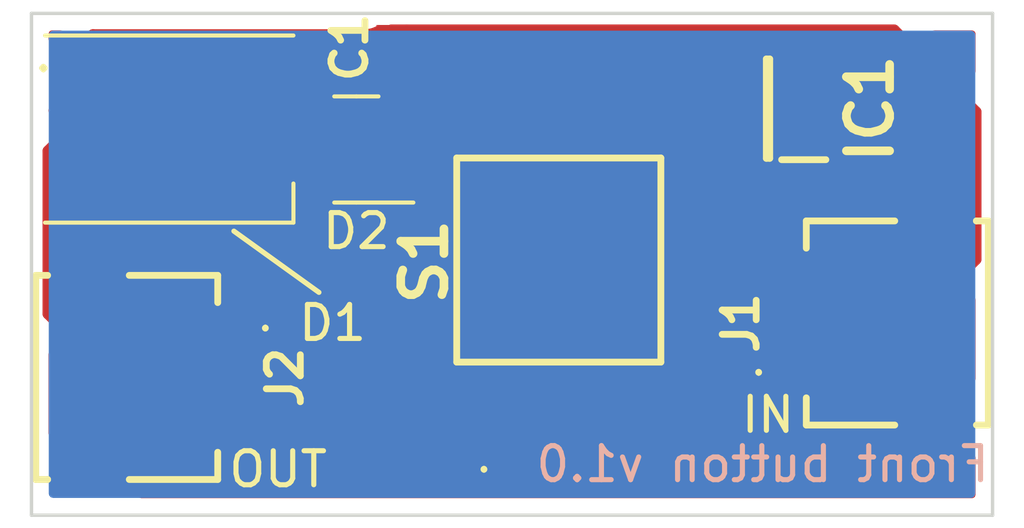
<source format=kicad_pcb>
(kicad_pcb (version 20211014) (generator pcbnew)
  (layers (0 "F.Cu" signal) (31 "B.Cu" signal) (34 "B.Paste" user) (35 "F.Paste" user) (36 "B.SilkS" user "B.Silkscreen") (37 "F.SilkS" user "F.Silkscreen") (38 "B.Mask" user) (39 "F.Mask" user) (44 "Edge.Cuts" user))
  (net 0 "")
  (net 4 "Net-(IC1-Pad1)")
  (net 6 "Net-(C1-Pad1)")
  (net 7 "Net-(C1-Pad2)")
  (net 8 "Net-(D1-Pad2)")
  (net 9 "Net-(D1-Pad4)")
  (net 10 "Net-(IC1-Pad3)")
  (footprint "libraryloadernew:5019530405" (layer "F.Cu") (at 45.475 48.7 -90)
    (fp_text reference "J2" (at 0 -5.725 90) (layer "F.SilkS") (effects (font (thickness 0.2))))
    (fp_text value "501953-0405" hide)
    (fp_line (start -1.5 -5.15) (end -1.5 -5.15) (layer "F.SilkS") (width 0.1))
    (fp_line (start 3 -3.75) (end 3 -1.15) (layer "F.SilkS") (width 0.2))
    (fp_line (start -3 1.25) (end -3 1.6) (layer "F.SilkS") (width 0.2))
    (fp_line (start -1.4 -5.15) (end -1.4 -5.15) (layer "F.SilkS") (width 0.1))
    (fp_line (start 3 1.6) (end 3 1.25) (layer "F.SilkS") (width 0.2))
    (fp_line (start -3 1.6) (end 3 1.6) (layer "F.SilkS") (width 0.2))
    (fp_line (start -3 -3.75) (end -2.2 -3.75) (layer "F.SilkS") (width 0.2))
    (fp_line (start 3 1.25) (end 3 1.25) (layer "F.SilkS") (width 0.2))
    (fp_line (start 2.2 -3.75) (end 3 -3.75) (layer "F.SilkS") (width 0.2))
    (fp_line (start -3 -1.15) (end -3 -3.75) (layer "F.SilkS") (width 0.2))
    (fp_arc (start -1.5 -5.15) (mid -1.45 -5.2) (end -1.4 -5.15) (layer "F.SilkS") (width 0.1))
    (fp_arc (start -1.4 -5.15) (mid -1.45 -5.1) (end -1.5 -5.15) (layer "F.SilkS") (width 0.1))
    (pad "1" smd rect locked (at -1.5 -3.9 270) (size 0.6 1.5) (layers "F.Cu" "F.Paste" "F.Mask") (net 4 "Net-(IC1-Pad1)"))
    (pad "2" smd rect locked (at -0.5 -3.9 270) (size 0.6 1.5) (layers "F.Cu" "F.Paste" "F.Mask") (net 8 "Net-(D1-Pad2)"))
    (pad "3" smd rect locked (at 0.5 -3.9 270) (size 0.6 1.5) (layers "F.Cu" "F.Paste" "F.Mask") (net 6 "Net-(C1-Pad1)"))
    (pad "4" smd rect locked (at 1.5 -3.9 270) (size 0.6 1.5) (layers "F.Cu" "F.Paste" "F.Mask") (net 7 "Net-(C1-Pad2)"))
    (pad "MP1" smd rect locked (at 2.8 0 270) (size 1.2 1.8) (layers "F.Cu" "F.Paste" "F.Mask"))
    (pad "MP2" smd rect locked (at -2.8 0 270) (size 1.2 1.8) (layers "F.Cu" "F.Paste" "F.Mask"))
  )
  (footprint "LED_SMD:LED_WS2812B_PLCC4_5.0x5.0mm_P3.2mm" (layer "F.Cu") (at 47.8 41.4)
    (fp_text reference "D1" (at 4.8 5.7) (layer "F.SilkS"))
    (fp_text value "WS2812B")
    (fp_text user "." (at -3.7 -2.2) (layer "F.SilkS"))
    (fp_line (start -3.65 2.75) (end 3.65 2.75) (layer "F.SilkS") (width 0.12))
    (fp_line (start 3.65 2.75) (end 3.65 1.6) (layer "F.SilkS") (width 0.12))
    (fp_line (start -3.65 -2.75) (end 3.65 -2.75) (layer "F.SilkS") (width 0.12))
    (pad "1" smd rect (at -2.45 -1.6) (size 1.5 1) (layers "F.Cu" "F.Paste" "F.Mask") (net 7 "Net-(C1-Pad2)"))
    (pad "2" smd rect (at -2.45 1.6) (size 1.5 1) (layers "F.Cu" "F.Paste" "F.Mask") (net 8 "Net-(D1-Pad2)"))
    (pad "3" smd rect (at 2.45 1.6) (size 1.5 1) (layers "F.Cu" "F.Paste" "F.Mask") (net 6 "Net-(C1-Pad1)"))
    (pad "4" smd rect (at 2.45 -1.6) (size 1.5 1) (layers "F.Cu" "F.Paste" "F.Mask") (net 9 "Net-(D1-Pad4)"))
  )
  (footprint "libraryloadernew:5019530405" (layer "F.Cu") (at 70.275 47.1 90)
    (fp_text reference "J1" (at 0 -5.675 90) (layer "F.SilkS") (effects (font (thickness 0.2))))
    (fp_text value "501953-0405" hide)
    (fp_line (start -1.4 -5.15) (end -1.4 -5.15) (layer "F.SilkS") (width 0.1))
    (fp_line (start -1.5 -5.15) (end -1.5 -5.15) (layer "F.SilkS") (width 0.1))
    (fp_line (start -3 -3.75) (end -2.2 -3.75) (layer "F.SilkS") (width 0.2))
    (fp_line (start -3 1.25) (end -3 1.6) (layer "F.SilkS") (width 0.2))
    (fp_line (start 3 -3.75) (end 3 -1.15) (layer "F.SilkS") (width 0.2))
    (fp_line (start 3 1.25) (end 3 1.25) (layer "F.SilkS") (width 0.2))
    (fp_line (start -3 -1.15) (end -3 -3.75) (layer "F.SilkS") (width 0.2))
    (fp_line (start -3 1.6) (end 3 1.6) (layer "F.SilkS") (width 0.2))
    (fp_line (start 2.2 -3.75) (end 3 -3.75) (layer "F.SilkS") (width 0.2))
    (fp_line (start 3 1.6) (end 3 1.25) (layer "F.SilkS") (width 0.2))
    (fp_arc (start -1.4 -5.15) (mid -1.45 -5.1) (end -1.5 -5.15) (layer "F.SilkS") (width 0.1))
    (fp_arc (start -1.5 -5.15) (mid -1.45 -5.2) (end -1.4 -5.15) (layer "F.SilkS") (width 0.1))
    (pad "1" smd rect locked (at -1.5 -3.9 90) (size 0.6 1.5) (layers "F.Cu" "F.Paste" "F.Mask") (net 7 "Net-(C1-Pad2)"))
    (pad "2" smd rect locked (at -0.5 -3.9 90) (size 0.6 1.5) (layers "F.Cu" "F.Paste" "F.Mask") (net 6 "Net-(C1-Pad1)"))
    (pad "3" smd rect locked (at 0.5 -3.9 90) (size 0.6 1.5) (layers "F.Cu" "F.Paste" "F.Mask") (net 9 "Net-(D1-Pad4)"))
    (pad "4" smd rect locked (at 1.5 -3.9 90) (size 0.6 1.5) (layers "F.Cu" "F.Paste" "F.Mask") (net 4 "Net-(IC1-Pad1)"))
    (pad "MP1" smd rect locked (at 2.8 0 90) (size 1.2 1.8) (layers "F.Cu" "F.Paste" "F.Mask"))
    (pad "MP2" smd rect locked (at -2.8 0 90) (size 1.2 1.8) (layers "F.Cu" "F.Paste" "F.Mask"))
  )
  (footprint "libraryloadernew:CAPC1005X55N" (layer "F.Cu") (at 54.2 39.1 90)
    (fp_text reference "C1" (at 0.1 -1.1 90) (layer "F.SilkS") (effects (font (thickness 0.2))))
    (fp_text value "CL05B104KP5NNWC" hide)
    (pad "1" smd rect locked (at -0.46 0 90) (size 0.6 0.62) (layers "F.Cu" "F.Paste" "F.Mask") (net 6 "Net-(C1-Pad1)"))
    (pad "2" smd rect locked (at 0.46 0 90) (size 0.6 0.62) (layers "F.Cu" "F.Paste" "F.Mask") (net 7 "Net-(C1-Pad2)"))
  )
  (footprint "Package_TO_SOT_SMD:SOT-23" (layer "F.Cu") (at 53.3 42 180)
    (fp_text reference "D2" (at 0 -2.4) (layer "F.SilkS"))
    (fp_text value "BAT54S")
    (fp_line (start 0 1.56) (end 0.65 1.56) (layer "F.SilkS") (width 0.12))
    (fp_line (start 0 -1.56) (end -1.675 -1.56) (layer "F.SilkS") (width 0.12))
    (fp_line (start 0 1.56) (end -0.65 1.56) (layer "F.SilkS") (width 0.12))
    (fp_line (start 0 -1.56) (end 0.65 -1.56) (layer "F.SilkS") (width 0.12))
    (pad "1" smd roundrect (at -0.9375 -0.95 180) (size 1.475 0.6) (layers "F.Cu" "F.Paste" "F.Mask") (net 6 "Net-(C1-Pad1)"))
    (pad "2" smd roundrect (at -0.9375 0.95 180) (size 1.475 0.6) (layers "F.Cu" "F.Paste" "F.Mask") (net 7 "Net-(C1-Pad2)"))
    (pad "3" smd roundrect (at 0.9375 0 180) (size 1.475 0.6) (layers "F.Cu" "F.Paste" "F.Mask") (net 9 "Net-(D1-Pad4)"))
  )
  (footprint "libraryloadernew:SOT95P237X112-3N" (layer "F.Cu") (at 65.4 40.8 180)
    (fp_text reference "IC1" (at -3 0 270) (layer "F.SilkS") (effects (font (size 1.27 1.27) (thickness 0.254))))
    (fp_text value "DS28E05R+T" hide)
    (fp_line (start 0.05 -1.46) (end 0.05 1.46) (layer "F.SilkS") (width 0.2))
    (fp_line (start -0.05 1.46) (end -0.05 -1.46) (layer "F.SilkS") (width 0.2))
    (fp_line (start -1.7 -1.5) (end -0.4 -1.5) (layer "F.SilkS") (width 0.2))
    (fp_line (start 0.05 1.46) (end -0.05 1.46) (layer "F.SilkS") (width 0.2))
    (fp_line (start -0.05 -1.46) (end 0.05 -1.46) (layer "F.SilkS") (width 0.2))
    (pad "1" smd rect locked (at -1.05 -0.95 270) (size 0.6 1.3) (layers "F.Cu" "F.Paste" "F.Mask") (net 4 "Net-(IC1-Pad1)"))
    (pad "2" smd rect locked (at -1.05 0.95 270) (size 0.6 1.3) (layers "F.Cu" "F.Paste" "F.Mask"))
    (pad "3" smd rect locked (at 1.05 0 270) (size 0.6 1.3) (layers "F.Cu" "F.Paste" "F.Mask") (net 10 "Net-(IC1-Pad3)"))
  )
  (footprint "libraryloadernew:TS046673BK160SMT" (layer "F.Cu") (at 59.25 45.25 90)
    (fp_text reference "S1" (at -0.05 -3.95 90) (layer "F.SilkS") (effects (font (size 1.27 1.27) (thickness 0.254))))
    (fp_text value "TS04-66-73-BK-260-SMT" hide)
    (fp_line (start -6.1 -2.2) (end -6.1 -2.2) (layer "F.SilkS") (width 0.1))
    (fp_line (start -3 -3) (end 3 -3) (layer "F.SilkS") (width 0.2))
    (fp_line (start 3 -3) (end 3 3) (layer "F.SilkS") (width 0.2))
    (fp_line (start 3 3) (end -3 3) (layer "F.SilkS") (width 0.2))
    (fp_line (start -6.2 -2.2) (end -6.2 -2.2) (layer "F.SilkS") (width 0.1))
    (fp_line (start -3 3) (end -3 -3) (layer "F.SilkS") (width 0.2))
    (fp_arc (start -6.2 -2.2) (mid -6.15 -2.25) (end -6.1 -2.2) (layer "F.SilkS") (width 0.1))
    (fp_arc (start -6.1 -2.2) (mid -6.15 -2.15) (end -6.2 -2.2) (layer "F.SilkS") (width 0.1))
    (pad "1" smd rect locked (at -4.55 -2.25 180) (size 1.4 2.1) (layers "F.Cu" "F.Paste" "F.Mask"))
    (pad "2" smd rect locked (at -4.55 2.25 180) (size 1.4 2.1) (layers "F.Cu" "F.Paste" "F.Mask"))
    (pad "3" smd rect locked (at 4.55 -2.25 180) (size 1.4 2.1) (layers "F.Cu" "F.Paste" "F.Mask") (net 10 "Net-(IC1-Pad3)"))
    (pad "4" smd rect locked (at 4.55 2.25 180) (size 1.4 2.1) (layers "F.Cu" "F.Paste" "F.Mask") (net 6 "Net-(C1-Pad1)"))
  )
  (gr_line (start 49.7 44.4) (end 52.2 46.2) (layer "F.SilkS") (width 0.15))
  (gr_line (start 72 38) (end 72 52.75) (layer "Edge.Cuts") (width 0.1))
  (gr_line (start 43.75 52.75) (end 43.75 38) (layer "Edge.Cuts") (width 0.1))
  (gr_line (start 72 52.75) (end 43.75 52.75) (layer "Edge.Cuts") (width 0.1))
  (gr_line (start 43.75 38) (end 72 38) (layer "Edge.Cuts") (width 0.1))
  (gr_text "Front button v1.0" (at 58.5 51.25) (layer "B.SilkS") (effects (font (size 1 1)) (justify right mirror)))
  (gr_text "OUT" (at 51 51.4) (layer "F.SilkS") (effects (font (size 1 1))))
  (gr_text "IN" (at 65.4 49.8) (layer "F.SilkS") (effects (font (size 1 1))))
  (segment (start 50.9 47.2) (end 52.5 45.6) (width 0.35) (layer "F.Cu") (net 4))
  (segment (start 66.375 41.825) (end 66.45 41.75) (width 0.35) (layer "F.Cu") (net 4))
  (segment (start 52.5 45.6) (end 66.375 45.6) (width 0.35) (layer "F.Cu") (net 4))
  (segment (start 49.375 47.2) (end 50.9 47.2) (width 0.35) (layer "F.Cu") (net 4))
  (segment (start 66.375 45.6) (end 66.375 41.825) (width 0.35) (layer "F.Cu") (net 4))
  (segment (start 69 39.600978) (end 68.399022 39) (width 0.35) (layer "F.Cu") (net 6))
  (segment (start 59.8 40.7) (end 58.2 39.1) (width 0.35) (layer "F.Cu") (net 6))
  (segment (start 69 46.5) (end 69 39.600978) (width 0.35) (layer "F.Cu") (net 6))
  (segment (start 61.5 40.7) (end 59.8 40.7) (width 0.35) (layer "F.Cu") (net 6))
  (segment (start 67.9 47.6) (end 69 46.5) (width 0.35) (layer "F.Cu") (net 6))
  (segment (start 55.64 39.56) (end 54.2 39.56) (width 0.35) (layer "F.Cu") (net 6))
  (segment (start 68.399022 39) (end 62 39) (width 0.35) (layer "F.Cu") (net 6))
  (segment (start 58.2 39.1) (end 56.1 39.1) (width 0.35) (layer "F.Cu") (net 6))
  (segment (start 56.1 39.1) (end 55.64 39.56) (width 0.35) (layer "F.Cu") (net 6))
  (segment (start 54.2 40) (end 54.6 40.4) (width 0.35) (layer "F.Cu") (net 6))
  (segment (start 52.3 47.6) (end 50.7 49.2) (width 0.35) (layer "F.Cu") (net 6))
  (segment (start 62 39) (end 61.5 39.5) (width 0.35) (layer "F.Cu") (net 6))
  (segment (start 55.3 40.4) (end 55.7 40.8) (width 0.35) (layer "F.Cu") (net 6))
  (segment (start 50.25 43) (end 54.1875 43) (width 0.35) (layer "F.Cu") (net 6))
  (segment (start 50.7 49.2) (end 49.375 49.2) (width 0.35) (layer "F.Cu") (net 6))
  (segment (start 66.375 47.6) (end 67.9 47.6) (width 0.35) (layer "F.Cu") (net 6))
  (segment (start 54.2 39.56) (end 54.2 40) (width 0.35) (layer "F.Cu") (net 6))
  (segment (start 55.7 40.8) (end 55.7 42.4) (width 0.35) (layer "F.Cu") (net 6))
  (segment (start 54.1875 43) (end 54.2375 42.95) (width 0.35) (layer "F.Cu") (net 6))
  (segment (start 54.6 40.4) (end 55.3 40.4) (width 0.35) (layer "F.Cu") (net 6))
  (segment (start 55.15 42.95) (end 54.2375 42.95) (width 0.35) (layer "F.Cu") (net 6))
  (segment (start 55.7 42.4) (end 55.15 42.95) (width 0.35) (layer "F.Cu") (net 6))
  (segment (start 61.5 39.5) (end 61.5 40.7) (width 0.35) (layer "F.Cu") (net 6))
  (segment (start 66.375 47.6) (end 52.3 47.6) (width 0.35) (layer "F.Cu") (net 6))
  (segment (start 53.565489 38.935489) (end 53.565489 40.377989) (width 0.35) (layer "F.Cu") (net 7))
  (segment (start 71.499511 45.224511) (end 71.499511 40.899511) (width 0.35) (layer "F.Cu") (net 7))
  (segment (start 54.2 38.64) (end 45.56 38.64) (width 0.35) (layer "F.Cu") (net 7))
  (segment (start 44.250489 46.824511) (end 44.250489 42.049511) (width 0.35) (layer "F.Cu") (net 7))
  (segment (start 68.124022 48.6) (end 71.499511 45.224511) (width 0.35) (layer "F.Cu") (net 7))
  (segment (start 49.375 50.2) (end 47.625978 50.2) (width 0.35) (layer "F.Cu") (net 7))
  (segment (start 53.860978 38.64) (end 53.565489 38.935489) (width 0.35) (layer "F.Cu") (net 7))
  (segment (start 45.56 38.64) (end 45.35 38.85) (width 0.35) (layer "F.Cu") (net 7))
  (segment (start 69.10048 38.50048) (end 54.33952 38.50048) (width 0.35) (layer "F.Cu") (net 7))
  (segment (start 45.35 40.95) (end 45.35 39.8) (width 0.35) (layer "F.Cu") (net 7))
  (segment (start 66.375 48.6) (end 68.124022 48.6) (width 0.35) (layer "F.Cu") (net 7))
  (segment (start 53.565489 40.377989) (end 54.2375 41.05) (width 0.35) (layer "F.Cu") (net 7))
  (segment (start 45.35 39.8) (end 45.35 38.85) (width 0.35) (layer "F.Cu") (net 7))
  (segment (start 47.625978 50.2) (end 44.250489 46.824511) (width 0.35) (layer "F.Cu") (net 7))
  (segment (start 44.250489 42.049511) (end 45.35 40.95) (width 0.35) (layer "F.Cu") (net 7))
  (segment (start 54.33952 38.50048) (end 54.2 38.64) (width 0.35) (layer "F.Cu") (net 7))
  (segment (start 54.2 38.64) (end 53.860978 38.64) (width 0.35) (layer "F.Cu") (net 7))
  (segment (start 71.499511 40.899511) (end 69.10048 38.50048) (width 0.35) (layer "F.Cu") (net 7))
  (segment (start 47.5 43.8) (end 46.7 43) (width 0.35) (layer "F.Cu") (net 8))
  (segment (start 48 48.2) (end 47.5 47.7) (width 0.35) (layer "F.Cu") (net 8))
  (segment (start 47.5 47.7) (end 47.5 43.8) (width 0.35) (layer "F.Cu") (net 8))
  (segment (start 46.7 43) (end 45.35 43) (width 0.35) (layer "F.Cu") (net 8))
  (segment (start 49.375 48.2) (end 48 48.2) (width 0.35) (layer "F.Cu") (net 8))
  (segment (start 49 42.350978) (end 49.350978 42) (width 0.35) (layer "F.Cu") (net 9))
  (segment (start 68.3 42.000978) (end 67.199022 40.9) (width 0.35) (layer "F.Cu") (net 9))
  (segment (start 65.849022 40.9) (end 62.449022 44.3) (width 0.35) (layer "F.Cu") (net 9))
  (segment (start 62.449022 44.3) (end 49.650978 44.3) (width 0.35) (layer "F.Cu") (net 9))
  (segment (start 49.650978 44.3) (end 49 43.649022) (width 0.35) (layer "F.Cu") (net 9))
  (segment (start 49 43.649022) (end 49 42.350978) (width 0.35) (layer "F.Cu") (net 9))
  (segment (start 68.3 45.9) (end 68.3 42.000978) (width 0.35) (layer "F.Cu") (net 9))
  (segment (start 52.3625 40.5625) (end 51.6 39.8) (width 0.35) (layer "F.Cu") (net 9))
  (segment (start 51.6 39.8) (end 50.25 39.8) (width 0.35) (layer "F.Cu") (net 9))
  (segment (start 67.199022 40.9) (end 65.849022 40.9) (width 0.35) (layer "F.Cu") (net 9))
  (segment (start 67.6 46.6) (end 68.3 45.9) (width 0.35) (layer "F.Cu") (net 9))
  (segment (start 49.350978 42) (end 52.3625 42) (width 0.35) (layer "F.Cu") (net 9))
  (segment (start 66.375 46.6) (end 67.6 46.6) (width 0.35) (layer "F.Cu") (net 9))
  (segment (start 52.3625 42) (end 52.3625 40.5625) (width 0.35) (layer "F.Cu") (net 9))
  (segment (start 57.8 42.6) (end 57 41.8) (width 0.35) (layer "F.Cu") (net 10))
  (segment (start 64.35 41.45) (end 63.2 42.6) (width 0.35) (layer "F.Cu") (net 10))
  (segment (start 57 41.8) (end 57 40.7) (width 0.35) (layer "F.Cu") (net 10))
  (segment (start 64.35 40.8) (end 64.35 41.45) (width 0.35) (layer "F.Cu") (net 10))
  (segment (start 63.2 42.6) (end 57.8 42.6) (width 0.35) (layer "F.Cu") (net 10))
  (zone (net 8) (net_name "Net-(D1-Pad2)") (layer "F.Cu") (priority 16962) (connect_pads yes (clearance 0)) (min_thickness 0.0254) (fill yes (thermal_gap 0.508) (thermal_bridge_width 0.508))
    (polygon (pts (xy 46.713499 42.825) (xy 46.600729 42.82138) (xy 46.505806 42.810909) (xy 46.425 42.794165) (xy 46.354583 42.771728) (xy 46.290826 42.744177) (xy 46.230001 42.712092) (xy 46.168379 42.676052) (xy 46.102231 42.636637) (xy 46.027828 42.594427) (xy 45.941443 42.55) (xy 45.473499 43) (xy 45.941443 43.45) (xy 46.027828 43.405572) (xy 46.102231 43.363362) (xy 46.168379 43.323947) (xy 46.230001 43.287907) (xy 46.290826 43.255822) (xy 46.354583 43.228271) (xy 46.425 43.205834) (xy 46.505806 43.18909) (xy 46.600729 43.178619) (xy 46.713499 43.175)))
  )
  (zone (net 7) (net_name "Net-(C1-Pad2)") (layer "F.Cu") (priority 16962) (connect_pads yes (clearance 0)) (min_thickness 0.0254) (fill yes (thermal_gap 0.508) (thermal_bridge_width 0.508))
    (polygon (pts (xy 45.261612 38.690901) (xy 45.191861 38.774381) (xy 45.148321 38.855191) (xy 45.124763 38.933671) (xy 45.114964 39.010163) (xy 45.112696 39.085006) (xy 45.111736 39.158543) (xy 45.105856 39.231115) (xy 45.088832 39.303062) (xy 45.054437 39.374725) (xy 44.996447 39.446447) (xy 45.35 40.05) (xy 45.8 39.582056) (xy 45.753458 39.505419) (xy 45.695751 39.435809) (xy 45.63252 39.371613) (xy 45.569406 39.311218) (xy 45.512051 39.253013) (xy 45.466096 39.195384) (xy 45.437182 39.136719) (xy 45.43095 39.075407) (xy 45.453042 39.009833) (xy 45.509099 38.938388)))
  )
  (zone (net 6) (net_name "Net-(C1-Pad1)") (layer "F.Cu") (priority 16962) (connect_pads yes (clearance 0)) (min_thickness 0.0254) (fill yes (thermal_gap 0.508) (thermal_bridge_width 0.508))
    (polygon (pts (xy 53.124244 43.175) (xy 53.196648 43.175256) (xy 53.259362 43.176192) (xy 53.31428 43.178054) (xy 53.363298 43.181089) (xy 53.408311 43.185547) (xy 53.451215 43.191673) (xy 53.493904 43.199717) (xy 53.538275 43.209924) (xy 53.586223 43.222544) (xy 53.639644 43.237824) (xy 53.872203 42.925341) (xy 53.550869 42.705172) (xy 53.511512 42.732174) (xy 53.475 42.755003) (xy 53.43999 42.773971) (xy 53.405141 42.789391) (xy 53.36911 42.801579) (xy 53.330555 42.810847) (xy 53.288133 42.817509) (xy 53.240502 42.82188) (xy 53.186319 42.824272) (xy 53.124244 42.825)))
  )
  (zone (net 4) (net_name "Net-(IC1-Pad1)") (layer "F.Cu") (priority 16962) (connect_pads yes (clearance 0)) (min_thickness 0.0254) (fill yes (thermal_gap 0.508) (thermal_bridge_width 0.508))
    (polygon (pts (xy 66.2 44.842598) (xy 66.199437 44.908104) (xy 66.197576 44.965001) (xy 66.19416 45.014885) (xy 66.18893 45.059352) (xy 66.181628 45.1) (xy 66.171996 45.138425) (xy 66.159775 45.176224) (xy 66.144707 45.214994) (xy 66.126535 45.256331) (xy 66.105 45.301832) (xy 66.375 45.582598) (xy 66.645 45.301832) (xy 66.623464 45.256331) (xy 66.605292 45.214994) (xy 66.590224 45.176224) (xy 66.578003 45.138425) (xy 66.568371 45.1) (xy 66.561069 45.059352) (xy 66.555839 45.014885) (xy 66.552423 44.965001) (xy 66.550562 44.908104) (xy 66.55 44.842598)))
  )
  (zone (net 7) (net_name "Net-(C1-Pad2)") (layer "F.Cu") (priority 16962) (connect_pads yes (clearance 0)) (min_thickness 0.0254) (fill yes (thermal_gap 0.508) (thermal_bridge_width 0.508))
    (polygon (pts (xy 53.696565 40.756552) (xy 53.742486 40.803269) (xy 53.781403 40.844816) (xy 53.81426 40.882505) (xy 53.842005 40.917646) (xy 53.865584 40.951552) (xy 53.885943 40.985533) (xy 53.90403 41.020902) (xy 53.920789 41.058971) (xy 53.937169 41.10105) (xy 53.954115 41.148452) (xy 54.343566 41.156066) (xy 54.335952 40.766615) (xy 54.28855 40.749669) (xy 54.246471 40.733289) (xy 54.208402 40.71653) (xy 54.173033 40.698443) (xy 54.139052 40.678084) (xy 54.105146 40.654505) (xy 54.070005 40.62676) (xy 54.032316 40.593903) (xy 53.990769 40.554986) (xy 53.944052 40.509065)))
  )
  (zone (net 7) (net_name "Net-(C1-Pad2)") (layer "F.Cu") (priority 16962) (connect_pads yes (clearance 0)) (min_thickness 0.0254) (fill yes (thermal_gap 0.508) (thermal_bridge_width 0.508))
    (polygon (pts (xy 54.826356 38.32548) (xy 54.747035 38.325886) (xy 54.678525 38.32699) (xy 54.618635 38.328616) (xy 54.565177 38.330591) (xy 54.515959 38.33274) (xy 54.468792 38.334888) (xy 54.421486 38.336863) (xy 54.371851 38.338489) (xy 54.317698 38.339593) (xy 54.256836 38.34) (xy 54.123627 38.708957) (xy 54.497089 38.819661) (xy 54.521333 38.789042) (xy 54.54549 38.762661) (xy 54.570316 38.740277) (xy 54.596567 38.721653) (xy 54.625 38.706549) (xy 54.656371 38.694727) (xy 54.691435 38.685948) (xy 54.73095 38.679973) (xy 54.775671 38.676563) (xy 54.826356 38.67548)))
  )
  (zone (net 7) (net_name "Net-(C1-Pad2)") (layer "F.Cu") (priority 16962) (connect_pads yes (clearance 0)) (min_thickness 0.0254) (fill yes (thermal_gap 0.508) (thermal_bridge_width 0.508))
    (polygon (pts (xy 48.177604 50.375) (xy 48.24311 50.375562) (xy 48.300007 50.377423) (xy 48.349891 50.380839) (xy 48.394358 50.386069) (xy 48.435006 50.393371) (xy 48.473431 50.403003) (xy 48.51123 50.415224) (xy 48.55 50.430292) (xy 48.591337 50.448464) (xy 48.636838 50.47) (xy 48.917604 50.2) (xy 48.636838 49.93) (xy 48.591337 49.951535) (xy 48.55 49.969707) (xy 48.51123 49.984775) (xy 48.473431 49.996996) (xy 48.435006 50.006628) (xy 48.394358 50.01393) (xy 48.349891 50.01916) (xy 48.300007 50.022576) (xy 48.24311 50.024437) (xy 48.177604 50.025)))
  )
  (zone (net 7) (net_name "Net-(C1-Pad2)") (layer "F.Cu") (priority 16962) (connect_pads yes (clearance 0)) (min_thickness 0.0254) (fill yes (thermal_gap 0.508) (thermal_bridge_width 0.508))
    (polygon (pts (xy 53.800183 38.948283) (xy 53.828554 38.922647) (xy 53.856137 38.903084) (xy 53.883104 38.889134) (xy 53.909629 38.880336) (xy 53.935885 38.87623) (xy 53.962048 38.876358) (xy 53.98829 38.880258) (xy 54.014786 38.887472) (xy 54.041709 38.897539) (xy 54.069234 38.91) (xy 54.35 38.64) (xy 53.987868 38.427868) (xy 53.947046 38.464146) (xy 53.907043 38.491819) (xy 53.867326 38.513364) (xy 53.827364 38.53126) (xy 53.786626 38.547986) (xy 53.744581 38.566019) (xy 53.700696 38.587838) (xy 53.654441 38.615921) (xy 53.605284 38.652747) (xy 53.552695 38.700795)))
  )
  (zone (net 4) (net_name "Net-(IC1-Pad1)") (layer "F.Cu") (priority 16962) (connect_pads yes (clearance 0)) (min_thickness 0.0254) (fill yes (thermal_gap 0.508) (thermal_bridge_width 0.508))
    (polygon (pts (xy 65.179173 45.775) (xy 65.244679 45.775562) (xy 65.301576 45.777423) (xy 65.35146 45.780839) (xy 65.395927 45.786069) (xy 65.436575 45.793371) (xy 65.475 45.803003) (xy 65.512799 45.815224) (xy 65.551569 45.830292) (xy 65.592906 45.848464) (xy 65.638407 45.87) (xy 65.919173 45.6) (xy 65.638407 45.33) (xy 65.592906 45.351535) (xy 65.551569 45.369707) (xy 65.512799 45.384775) (xy 65.475 45.396996) (xy 65.436575 45.406628) (xy 65.395927 45.41393) (xy 65.35146 45.41916) (xy 65.301576 45.422576) (xy 65.244679 45.424437) (xy 65.179173 45.425)))
  )
  (zone (net 6) (net_name "Net-(C1-Pad1)") (layer "F.Cu") (priority 16962) (connect_pads yes (clearance 0)) (min_thickness 0.0254) (fill yes (thermal_gap 0.508) (thermal_bridge_width 0.508))
    (polygon (pts (xy 65.179173 47.775) (xy 65.244679 47.775562) (xy 65.301576 47.777423) (xy 65.35146 47.780839) (xy 65.395927 47.786069) (xy 65.436575 47.793371) (xy 65.475 47.803003) (xy 65.512799 47.815224) (xy 65.551569 47.830292) (xy 65.592906 47.848464) (xy 65.638407 47.87) (xy 65.919173 47.6) (xy 65.638407 47.33) (xy 65.592906 47.351535) (xy 65.551569 47.369707) (xy 65.512799 47.384775) (xy 65.475 47.396996) (xy 65.436575 47.406628) (xy 65.395927 47.41393) (xy 65.35146 47.41916) (xy 65.301576 47.422576) (xy 65.244679 47.424437) (xy 65.179173 47.425)))
  )
  (zone (net 9) (net_name "Net-(D1-Pad4)") (layer "F.Cu") (priority 16962) (connect_pads yes (clearance 0)) (min_thickness 0.0254) (fill yes (thermal_gap 0.508) (thermal_bridge_width 0.508))
    (polygon (pts (xy 67.563734 46.423465) (xy 67.498227 46.422902) (xy 67.44133 46.421041) (xy 67.391446 46.417625) (xy 67.346979 46.412395) (xy 67.306331 46.405093) (xy 67.267906 46.395461) (xy 67.230107 46.38324) (xy 67.191337 46.368172) (xy 67.15 46.35) (xy 67.1045 46.328465) (xy 66.823734 46.598465) (xy 67.1045 46.868465) (xy 67.15 46.846929) (xy 67.191337 46.828757) (xy 67.230107 46.813689) (xy 67.267906 46.801468) (xy 67.306331 46.791836) (xy 67.346979 46.784534) (xy 67.391446 46.779304) (xy 67.44133 46.775888) (xy 67.498227 46.774027) (xy 67.563734 46.773465)))
  )
  (zone (net 9) (net_name "Net-(D1-Pad4)") (layer "F.Cu") (priority 16962) (connect_pads yes (clearance 0)) (min_thickness 0.0254) (fill yes (thermal_gap 0.508) (thermal_bridge_width 0.508))
    (polygon (pts (xy 51.254173 42.175) (xy 51.319679 42.175562) (xy 51.376576 42.177423) (xy 51.42646 42.180839) (xy 51.470927 42.186069) (xy 51.511575 42.193371) (xy 51.55 42.203003) (xy 51.587799 42.215224) (xy 51.626569 42.230292) (xy 51.667906 42.248464) (xy 51.713407 42.27) (xy 51.994173 42) (xy 51.713407 41.73) (xy 51.667906 41.751535) (xy 51.626569 41.769707) (xy 51.587799 41.784775) (xy 51.55 41.796996) (xy 51.511575 41.806628) (xy 51.470927 41.81393) (xy 51.42646 41.81916) (xy 51.376576 41.822576) (xy 51.319679 41.824437) (xy 51.254173 41.825)))
  )
  (zone (net 6) (net_name "Net-(C1-Pad1)") (layer "F.Cu") (priority 16962) (connect_pads yes (clearance 0)) (min_thickness 0.0254) (fill yes (thermal_gap 0.508) (thermal_bridge_width 0.508))
    (polygon (pts (xy 61.517677 39.234835) (xy 61.418127 39.347195) (xy 61.347663 39.452432) (xy 61.299402 39.551937) (xy 61.26646 39.647105) (xy 61.241953 39.739328) (xy 61.218998 39.829999) (xy 61.190711 39.920511) (xy 61.150209 40.012258) (xy 61.090608 40.106631) (xy 61.005026 40.205026) (xy 61.5 41.05) (xy 62.13 40.394878) (xy 62.065294 40.285569) (xy 61.987417 40.186147) (xy 61.90366 40.094408) (xy 61.821314 40.008149) (xy 61.74767 39.925168) (xy 61.690019 39.843261) (xy 61.655652 39.760226) (xy 61.65186 39.67386) (xy 61.685934 39.58196) (xy 61.765165 39.482323)))
  )
  (zone (net 10) (net_name "Net-(IC1-Pad3)") (layer "F.Cu") (priority 16962) (connect_pads yes (clearance 0)) (min_thickness 0.0254) (fill yes (thermal_gap 0.508) (thermal_bridge_width 0.508))
    (polygon (pts (xy 57.335875 41.888388) (xy 57.259381 41.793478) (xy 57.223193 41.704993) (xy 57.22102 41.621071) (xy 57.246575 41.539853) (xy 57.293568 41.459478) (xy 57.355711 41.378085) (xy 57.426714 41.293814) (xy 57.500289 41.204803) (xy 57.570147 41.109192) (xy 57.63 41.005122) (xy 57 40.35) (xy 56.505026 41.194974) (xy 56.593222 41.293181) (xy 56.658381 41.385513) (xy 56.706652 41.473828) (xy 56.744186 41.559988) (xy 56.777136 41.645853) (xy 56.811651 41.733284) (xy 56.853883 41.824141) (xy 56.909982 41.920285) (xy 56.9861 42.023576) (xy 57.088388 42.135875)))
  )
  (zone (net 7) (net_name "Net-(C1-Pad2)") (layer "F.Cu") (priority 16962) (connect_pads yes (clearance 0)) (min_thickness 0.0254) (fill yes (thermal_gap 0.508) (thermal_bridge_width 0.508))
    (polygon (pts (xy 45.525 40.79) (xy 45.528619 40.67723) (xy 45.53909 40.582307) (xy 45.555834 40.501501) (xy 45.578271 40.431084) (xy 45.605822 40.367327) (xy 45.637907 40.306502) (xy 45.673947 40.24488) (xy 45.713362 40.178732) (xy 45.755572 40.104329) (xy 45.8 40.017944) (xy 45.35 39.55) (xy 44.9 40.017944) (xy 44.944427 40.104329) (xy 44.986637 40.178732) (xy 45.026052 40.24488) (xy 45.062092 40.306502) (xy 45.094177 40.367327) (xy 45.121728 40.431084) (xy 45.144165 40.501501) (xy 45.160909 40.582307) (xy 45.17138 40.67723) (xy 45.175 40.79)))
  )
  (zone (net 6) (net_name "Net-(C1-Pad1)") (layer "F.Cu") (priority 16962) (connect_pads yes (clearance 0)) (min_thickness 0.0254) (fill yes (thermal_gap 0.508) (thermal_bridge_width 0.508))
    (polygon (pts (xy 50.563734 49.025) (xy 50.498227 49.024437) (xy 50.44133 49.022576) (xy 50.391446 49.01916) (xy 50.346979 49.01393) (xy 50.306331 49.006628) (xy 50.267906 48.996996) (xy 50.230107 48.984775) (xy 50.191337 48.969707) (xy 50.15 48.951535) (xy 50.1045 48.93) (xy 49.823734 49.2) (xy 50.1045 49.47) (xy 50.15 49.448464) (xy 50.191337 49.430292) (xy 50.230107 49.415224) (xy 50.267906 49.403003) (xy 50.306331 49.393371) (xy 50.346979 49.386069) (xy 50.391446 49.380839) (xy 50.44133 49.377423) (xy 50.498227 49.375562) (xy 50.563734 49.375)))
  )
  (zone (net 10) (net_name "Net-(IC1-Pad3)") (layer "F.Cu") (priority 16962) (connect_pads yes (clearance 0)) (min_thickness 0.0254) (fill yes (thermal_gap 0.508) (thermal_bridge_width 0.508))
    (polygon (pts (xy 64.525 41.470828) (xy 64.525562 41.405321) (xy 64.527423 41.348424) (xy 64.530839 41.29854) (xy 64.536069 41.254073) (xy 64.543371 41.213425) (xy 64.553003 41.175) (xy 64.565224 41.137201) (xy 64.580292 41.098431) (xy 64.598464 41.057094) (xy 64.62 41.011594) (xy 64.35 40.730828) (xy 64.08 41.011594) (xy 64.101535 41.057094) (xy 64.119707 41.098431) (xy 64.134775 41.137201) (xy 64.146996 41.175) (xy 64.156628 41.213425) (xy 64.16393 41.254073) (xy 64.16916 41.29854) (xy 64.172576 41.348424) (xy 64.174437 41.405321) (xy 64.175 41.470828)))
  )
  (zone (net 4) (net_name "Net-(IC1-Pad1)") (layer "F.Cu") (priority 16962) (connect_pads yes (clearance 0)) (min_thickness 0.0254) (fill yes (thermal_gap 0.508) (thermal_bridge_width 0.508))
    (polygon (pts (xy 50.563734 47.026536) (xy 50.498227 47.025973) (xy 50.44133 47.024112) (xy 50.391446 47.020696) (xy 50.346979 47.015466) (xy 50.306331 47.008164) (xy 50.267906 46.998532) (xy 50.230107 46.986311) (xy 50.191337 46.971243) (xy 50.15 46.953071) (xy 50.1045 46.931536) (xy 49.823734 47.201536) (xy 50.1045 47.471536) (xy 50.15 47.45) (xy 50.191337 47.431828) (xy 50.230107 47.41676) (xy 50.267906 47.404539) (xy 50.306331 47.394907) (xy 50.346979 47.387605) (xy 50.391446 47.382375) (xy 50.44133 47.378959) (xy 50.498227 47.377098) (xy 50.563734 47.376536)))
  )
  (zone (net 6) (net_name "Net-(C1-Pad1)") (layer "F.Cu") (priority 16962) (connect_pads yes (clearance 0)) (min_thickness 0.0254) (fill yes (thermal_gap 0.508) (thermal_bridge_width 0.508))
    (polygon (pts (xy 55.163734 42.773465) (xy 55.098227 42.772902) (xy 55.04133 42.771041) (xy 54.991446 42.767625) (xy 54.946979 42.762395) (xy 54.906331 42.755093) (xy 54.867906 42.745461) (xy 54.830107 42.73324) (xy 54.791337 42.718172) (xy 54.75 42.7) (xy 54.7045 42.678465) (xy 54.423734 42.948465) (xy 54.7045 43.218465) (xy 54.75 43.196929) (xy 54.791337 43.178757) (xy 54.830107 43.163689) (xy 54.867906 43.151468) (xy 54.906331 43.141836) (xy 54.946979 43.134534) (xy 54.991446 43.129304) (xy 55.04133 43.125888) (xy 55.098227 43.124027) (xy 55.163734 43.123465)))
  )
  (zone (net 4) (net_name "Net-(IC1-Pad1)") (layer "F.Cu") (priority 16962) (connect_pads yes (clearance 0)) (min_thickness 0.0254) (fill yes (thermal_gap 0.508) (thermal_bridge_width 0.508))
    (polygon (pts (xy 66.55 42.443111) (xy 66.550834 42.383891) (xy 66.553544 42.332067) (xy 66.558433 42.286452) (xy 66.56581 42.24586) (xy 66.57598 42.209104) (xy 66.589249 42.175) (xy 66.605925 42.142361) (xy 66.626314 42.11) (xy 66.650721 42.076733) (xy 66.679454 42.041373) (xy 66.486959 41.702736) (xy 66.156104 41.908318) (xy 66.167277 41.964588) (xy 66.176383 42.014886) (xy 66.183631 42.061217) (xy 66.189233 42.10559) (xy 66.193397 42.150012) (xy 66.196334 42.196489) (xy 66.198252 42.247031) (xy 66.199363 42.303643) (xy 66.199875 42.368334) (xy 66.2 42.443111)))
  )
  (zone (net 7) (net_name "Net-(C1-Pad2)") (layer "F.Cu") (priority 16962) (connect_pads yes (clearance 0)) (min_thickness 0.0254) (fill yes (thermal_gap 0.508) (thermal_bridge_width 0.508))
    (polygon (pts (xy 53.442598 38.815) (xy 53.508104 38.815562) (xy 53.565001 38.817423) (xy 53.614885 38.820839) (xy 53.659352 38.826069) (xy 53.7 38.833371) (xy 53.738425 38.843003) (xy 53.776224 38.855224) (xy 53.814994 38.870292) (xy 53.856331 38.888464) (xy 53.901832 38.91) (xy 54.182598 38.64) (xy 53.901832 38.37) (xy 53.856331 38.391535) (xy 53.814994 38.409707) (xy 53.776224 38.424775) (xy 53.738425 38.436996) (xy 53.7 38.446628) (xy 53.659352 38.45393) (xy 53.614885 38.45916) (xy 53.565001 38.462576) (xy 53.508104 38.464437) (xy 53.442598 38.465)))
  )
  (zone (net 9) (net_name "Net-(D1-Pad4)") (layer "F.Cu") (priority 16962) (connect_pads yes (clearance 0)) (min_thickness 0.0254) (fill yes (thermal_gap 0.508) (thermal_bridge_width 0.508))
    (polygon (pts (xy 52.1875 41.252604) (xy 52.186937 41.31811) (xy 52.185076 41.375007) (xy 52.18166 41.424891) (xy 52.17643 41.469358) (xy 52.169128 41.510006) (xy 52.159496 41.548431) (xy 52.147275 41.58623) (xy 52.132207 41.625) (xy 52.114035 41.666337) (xy 52.0925 41.711838) (xy 52.3625 41.992604) (xy 52.6325 41.711838) (xy 52.610964 41.666337) (xy 52.592792 41.625) (xy 52.577724 41.58623) (xy 52.565503 41.548431) (xy 52.555871 41.510006) (xy 52.548569 41.469358) (xy 52.543339 41.424891) (xy 52.539923 41.375007) (xy 52.538062 41.31811) (xy 52.5375 41.252604)))
  )
  (zone (net 6) (net_name "Net-(C1-Pad1)") (layer "F.Cu") (priority 16962) (connect_pads yes (clearance 0)) (min_thickness 0.0254) (fill yes (thermal_gap 0.508) (thermal_bridge_width 0.508))
    (polygon (pts (xy 54.79 39.385) (xy 54.724493 39.384437) (xy 54.667596 39.382576) (xy 54.617712 39.37916) (xy 54.573245 39.37393) (xy 54.532597 39.366628) (xy 54.494172 39.356996) (xy 54.456373 39.344775) (xy 54.417603 39.329707) (xy 54.376266 39.311535) (xy 54.330766 39.29) (xy 54.05 39.56) (xy 54.330766 39.83) (xy 54.376266 39.808464) (xy 54.417603 39.790292) (xy 54.456373 39.775224) (xy 54.494172 39.763003) (xy 54.532597 39.753371) (xy 54.573245 39.746069) (xy 54.617712 39.740839) (xy 54.667596 39.737423) (xy 54.724493 39.735562) (xy 54.79 39.735)))
  )
  (zone (net 0) (net_name "") (layer "F.Cu") (connect_pads (clearance 0.5)) (min_thickness 0.2) (fill yes (thermal_gap 0.508) (thermal_bridge_width 0.508))
    (polygon (pts (xy 71.7 52.5) (xy 44 52.5) (xy 44 38.2) (xy 71.7 38.2)))
  )
  (zone (net 8) (net_name "Net-(D1-Pad2)") (layer "F.Cu") (priority 16962) (connect_pads yes (clearance 0)) (min_thickness 0.0254) (fill yes (thermal_gap 0.508) (thermal_bridge_width 0.508))
    (polygon (pts (xy 48.191374 48.375) (xy 48.25688 48.375562) (xy 48.313777 48.377423) (xy 48.363661 48.380839) (xy 48.408128 48.386069) (xy 48.448776 48.393371) (xy 48.487201 48.403003) (xy 48.525 48.415224) (xy 48.56377 48.430292) (xy 48.605107 48.448464) (xy 48.650608 48.47) (xy 48.931374 48.2) (xy 48.650608 47.93) (xy 48.605107 47.951535) (xy 48.56377 47.969707) (xy 48.525 47.984775) (xy 48.487201 47.996996) (xy 48.448776 48.006628) (xy 48.408128 48.01393) (xy 48.363661 48.01916) (xy 48.313777 48.022576) (xy 48.25688 48.024437) (xy 48.191374 48.025)))
  )
  (zone (net 6) (net_name "Net-(C1-Pad1)") (layer "F.Cu") (priority 16962) (connect_pads yes (clearance 0)) (min_thickness 0.0254) (fill yes (thermal_gap 0.508) (thermal_bridge_width 0.508))
    (polygon (pts (xy 54.43688 39.989394) (xy 54.41065 39.957993) (xy 54.394755 39.927409) (xy 54.387781 39.897464) (xy 54.388314 39.86798) (xy 54.394941 39.838778) (xy 54.406248 39.80968) (xy 54.420821 39.780508) (xy 54.437247 39.751084) (xy 54.454111 39.721229) (xy 54.47 39.690766) (xy 54.2 39.41) (xy 53.987868 39.772132) (xy 54.02175 39.813384) (xy 54.0439 39.855539) (xy 54.057574 39.898694) (xy 54.066026 39.942944) (xy 54.072512 39.988387) (xy 54.080287 40.035119) (xy 54.092608 40.083238) (xy 54.112729 40.13284) (xy 54.143905 40.184021) (xy 54.189394 40.23688)))
  )
  (zone (net 9) (net_name "Net-(D1-Pad4)") (layer "F.Cu") (priority 16962) (connect_pads yes (clearance 0)) (min_thickness 0.0254) (fill yes (thermal_gap 0.508) (thermal_bridge_width 0.508))
    (polygon (pts (xy 51.633916 39.628272) (xy 51.521146 39.624652) (xy 51.426223 39.614181) (xy 51.345417 39.597437) (xy 51.275 39.575) (xy 51.211243 39.547449) (xy 51.150418 39.515364) (xy 51.088796 39.479324) (xy 51.022648 39.439909) (xy 50.948245 39.397699) (xy 50.86186 39.353272) (xy 50.393916 39.803272) (xy 50.86186 40.253272) (xy 50.948245 40.208844) (xy 51.022648 40.166634) (xy 51.088796 40.127219) (xy 51.150418 40.091179) (xy 51.211243 40.059094) (xy 51.275 40.031543) (xy 51.345417 40.009106) (xy 51.426223 39.992362) (xy 51.521146 39.981891) (xy 51.633916 39.978272)))
  )
  (zone (net 6) (net_name "Net-(C1-Pad1)") (layer "F.Cu") (priority 16962) (connect_pads yes (clearance 0)) (min_thickness 0.0254) (fill yes (thermal_gap 0.508) (thermal_bridge_width 0.508))
    (polygon (pts (xy 59.759034 40.869172) (xy 59.919958 40.875912) (xy 60.05369 40.895159) (xy 60.166055 40.925454) (xy 60.262883 40.965335) (xy 60.35 41.013343) (xy 60.433235 41.068017) (xy 60.518416 41.127897) (xy 60.611371 41.191523) (xy 60.717927 41.257435) (xy 60.843912 41.324172) (xy 61.499034 40.694172) (xy 60.843912 40.064172) (xy 60.717927 40.130908) (xy 60.611371 40.19682) (xy 60.518416 40.260446) (xy 60.433235 40.320326) (xy 60.35 40.375) (xy 60.262883 40.423008) (xy 60.166055 40.462889) (xy 60.05369 40.493184) (xy 59.919958 40.512431) (xy 59.759034 40.519172)))
  )
  (zone (net 6) (net_name "Net-(C1-Pad1)") (layer "F.Cu") (priority 16962) (connect_pads yes (clearance 0)) (min_thickness 0.0254) (fill yes (thermal_gap 0.508) (thermal_bridge_width 0.508))
    (polygon (pts (xy 51.763499 42.825) (xy 51.650729 42.82138) (xy 51.555806 42.810909) (xy 51.475 42.794165) (xy 51.404583 42.771728) (xy 51.340826 42.744177) (xy 51.280001 42.712092) (xy 51.218379 42.676052) (xy 51.152231 42.636637) (xy 51.077828 42.594427) (xy 50.991443 42.55) (xy 50.523499 43) (xy 50.991443 43.45) (xy 51.077828 43.405572) (xy 51.152231 43.363362) (xy 51.218379 43.323947) (xy 51.280001 43.287907) (xy 51.340826 43.255822) (xy 51.404583 43.228271) (xy 51.475 43.205834) (xy 51.555806 43.18909) (xy 51.650729 43.178619) (xy 51.763499 43.175)))
  )
  (zone (net 6) (net_name "Net-(C1-Pad1)") (layer "F.Cu") (priority 16962) (connect_pads yes (clearance 0)) (min_thickness 0.0254) (fill yes (thermal_gap 0.508) (thermal_bridge_width 0.508))
    (polygon (pts (xy 67.570828 47.423465) (xy 67.505321 47.422902) (xy 67.448424 47.421041) (xy 67.39854 47.417625) (xy 67.354073 47.412395) (xy 67.313425 47.405093) (xy 67.275 47.395461) (xy 67.237201 47.38324) (xy 67.198431 47.368172) (xy 67.157094 47.35) (xy 67.111594 47.328465) (xy 66.830828 47.598465) (xy 67.111594 47.868465) (xy 67.157094 47.846929) (xy 67.198431 47.828757) (xy 67.237201 47.813689) (xy 67.275 47.801468) (xy 67.313425 47.791836) (xy 67.354073 47.784534) (xy 67.39854 47.779304) (xy 67.448424 47.775888) (xy 67.505321 47.774027) (xy 67.570828 47.773465)))
  )
  (zone (net 7) (net_name "Net-(C1-Pad2)") (layer "F.Cu") (priority 16962) (connect_pads yes (clearance 0)) (min_thickness 0.0254) (fill yes (thermal_gap 0.508) (thermal_bridge_width 0.508))
    (polygon (pts (xy 67.570828 48.428004) (xy 67.505321 48.427441) (xy 67.448424 48.42558) (xy 67.39854 48.422164) (xy 67.354073 48.416934) (xy 67.313425 48.409632) (xy 67.275 48.4) (xy 67.237201 48.387779) (xy 67.198431 48.372711) (xy 67.157094 48.354539) (xy 67.111594 48.333004) (xy 66.830828 48.603004) (xy 67.111594 48.873004) (xy 67.157094 48.851468) (xy 67.198431 48.833296) (xy 67.237201 48.818228) (xy 67.275 48.806007) (xy 67.313425 48.796375) (xy 67.354073 48.789073) (xy 67.39854 48.783843) (xy 67.448424 48.780427) (xy 67.505321 48.778566) (xy 67.570828 48.778004)))
  )
  (zone (net 0) (net_name "") (layer "B.Cu") (connect_pads (clearance 0.508)) (min_thickness 0.254) (fill yes (thermal_gap 0.508) (thermal_bridge_width 0.508))
    (polygon (pts (xy 71.7 52.5) (xy 44 52.5) (xy 44 38.2) (xy 71.7 38.2)))
  )
)
</source>
